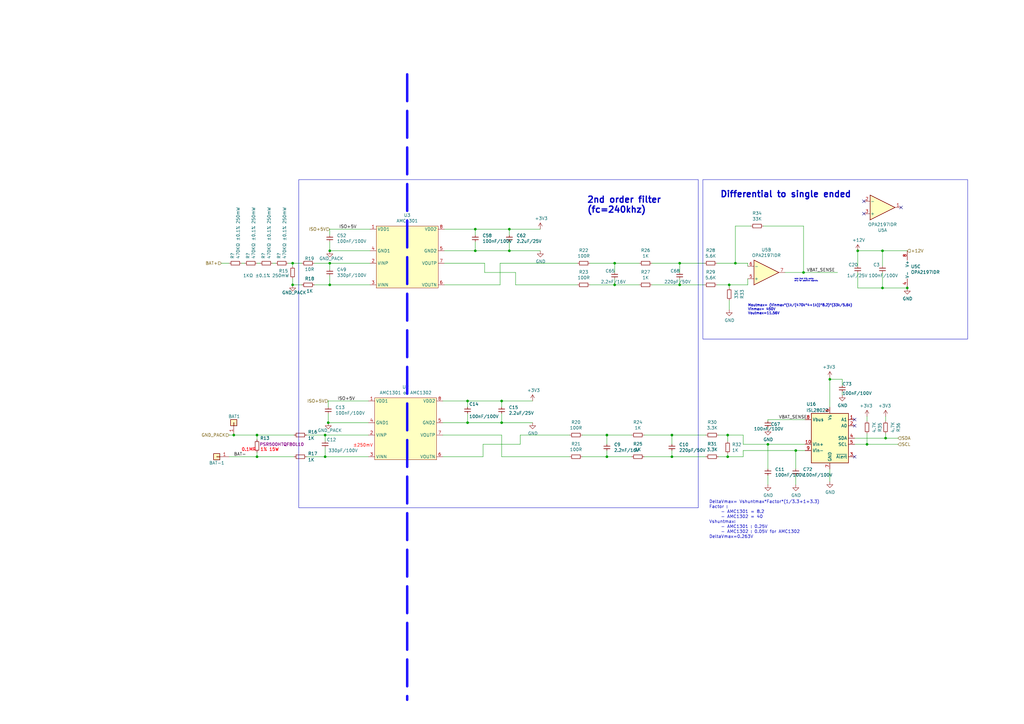
<source format=kicad_sch>
(kicad_sch (version 20231120) (generator "eeschema") (generator_version "8.0")
  (paper "A3")
  (title_block (date "2023-10-19") (rev "V0.1") (company "teTra"))
  (junction (at 135.255 102.87))
  (junction (at 252.095 107.95))
  (junction (at 208.915 93.98))
  (junction (at 248.92 178.435))
  (junction (at 326.39 184.785))
  (junction (at 301.625 107.95))
  (junction (at 133.35 178.435))
  (junction (at 135.255 107.95))
  (junction (at 278.765 116.84))
  (junction (at 208.915 102.87))
  (junction (at 298.45 178.435))
  (junction (at 133.35 187.325))
  (junction (at 361.95 102.87))
  (junction (at 135.255 116.84))
  (junction (at 340.36 155.575))
  (junction (at 120.015 107.95))
  (junction (at 95.885 178.435))
  (junction (at 120.015 116.84))
  (junction (at 361.95 118.11))
  (junction (at 252.095 116.84))
  (junction (at 275.59 187.325))
  (junction (at 275.59 178.435))
  (junction (at 248.92 187.325))
  (junction (at 205.74 164.465))
  (junction (at 363.22 179.705))
  (junction (at 314.96 182.245))
  (junction (at 329.565 111.76))
  (junction (at 194.945 93.98))
  (junction (at 134.62 173.355))
  (junction (at 298.45 187.325))
  (junction (at 105.41 187.325))
  (junction (at 351.79 102.87))
  (junction (at 372.11 118.11))
  (junction (at 191.77 164.465))
  (junction (at 194.945 102.87))
  (junction (at 205.74 173.355))
  (junction (at 278.765 107.95))
  (junction (at 299.085 116.84))
  (junction (at 191.77 173.355))
  (junction (at 105.41 178.435))
  (junction (at 355.6 182.245))
  (no_connect (at 369.57 85.09))
  (no_connect (at 350.52 187.325))
  (no_connect (at 354.33 87.63))
  (no_connect (at 350.52 174.625))
  (no_connect (at 354.33 82.55))
  (no_connect (at 350.52 172.085))
  (wire (pts (xy 105.41 107.95) (xy 106.68 107.95)))
  (wire (pts (xy 351.79 102.87) (xy 351.79 109.22)))
  (wire (pts (xy 120.015 107.95) (xy 123.825 107.95)))
  (wire (pts (xy 135.255 113.03) (xy 135.255 116.84)))
  (wire (pts (xy 355.6 177.8) (xy 355.6 182.245)))
  (wire (pts (xy 205.74 164.465) (xy 205.74 167.005)))
  (wire (pts (xy 306.705 114.3) (xy 306.705 116.84)))
  (wire (pts (xy 205.74 187.325) (xy 233.68 187.325)))
  (wire (pts (xy 252.095 116.84) (xy 262.255 116.84)))
  (wire (pts (xy 326.39 184.785) (xy 326.39 192.405)))
  (wire (pts (xy 248.92 184.785) (xy 248.92 187.325)))
  (wire (pts (xy 298.45 187.325) (xy 304.8 187.325)))
  (wire (pts (xy 299.085 116.84) (xy 306.705 116.84)))
  (wire (pts (xy 198.12 182.245) (xy 198.12 187.325)))
  (wire (pts (xy 134.62 164.465) (xy 134.62 167.005)))
  (wire (pts (xy 191.77 164.465) (xy 191.77 167.005)))
  (wire (pts (xy 306.705 107.95) (xy 306.705 109.22)))
  (wire (pts (xy 99.06 107.95) (xy 100.33 107.95)))
  (wire (pts (xy 194.945 93.98) (xy 194.945 96.52)))
  (wire (pts (xy 345.44 160.655) (xy 345.44 161.925)))
  (wire (pts (xy 134.62 169.545) (xy 134.62 173.355)))
  (wire (pts (xy 304.8 182.245) (xy 314.96 182.245)))
  (wire (pts (xy 135.255 93.98) (xy 135.255 96.52)))
  (wire (pts (xy 205.74 178.435) (xy 205.74 187.325)))
  (wire (pts (xy 252.095 107.95) (xy 252.095 111.76)))
  (wire (pts (xy 314.96 182.245) (xy 314.96 192.405)))
  (wire (pts (xy 194.945 99.06) (xy 194.945 102.87)))
  (wire (pts (xy 213.36 182.245) (xy 198.12 182.245)))
  (wire (pts (xy 198.755 107.95) (xy 198.755 111.76)))
  (wire (pts (xy 301.625 92.71) (xy 301.625 107.95)))
  (wire (pts (xy 351.79 118.11) (xy 361.95 118.11)))
  (wire (pts (xy 304.8 187.325) (xy 304.8 184.785)))
  (wire (pts (xy 194.945 93.98) (xy 208.915 93.98)))
  (wire (pts (xy 299.085 116.84) (xy 299.085 118.11)))
  (wire (pts (xy 278.765 114.3) (xy 278.765 116.84)))
  (wire (pts (xy 208.915 99.06) (xy 208.915 102.87)))
  (wire (pts (xy 329.565 111.76) (xy 343.535 111.76)))
  (wire (pts (xy 294.64 187.325) (xy 298.45 187.325)))
  (wire (pts (xy 133.35 178.435) (xy 151.13 178.435)))
  (wire (pts (xy 278.765 116.84) (xy 288.925 116.84)))
  (wire (pts (xy 275.59 178.435) (xy 275.59 182.245)))
  (wire (pts (xy 182.245 107.95) (xy 198.755 107.95)))
  (wire (pts (xy 294.005 107.95) (xy 301.625 107.95)))
  (wire (pts (xy 135.255 107.95) (xy 135.255 110.49)))
  (wire (pts (xy 134.62 173.355) (xy 151.13 173.355)))
  (wire (pts (xy 205.74 164.465) (xy 218.44 164.465)))
  (wire (pts (xy 198.755 111.76) (xy 211.455 111.76)))
  (wire (pts (xy 205.105 116.84) (xy 205.105 107.95)))
  (wire (pts (xy 182.245 93.98) (xy 194.945 93.98)))
  (wire (pts (xy 120.015 107.95) (xy 120.015 109.22)))
  (wire (pts (xy 355.6 170.815) (xy 355.6 172.72)))
  (wire (pts (xy 275.59 178.435) (xy 289.56 178.435)))
  (wire (pts (xy 133.35 183.515) (xy 133.35 187.325)))
  (wire (pts (xy 363.22 179.705) (xy 368.3 179.705)))
  (wire (pts (xy 351.79 111.76) (xy 351.79 118.11)))
  (wire (pts (xy 361.95 111.76) (xy 361.95 118.11)))
  (wire (pts (xy 267.335 116.84) (xy 278.765 116.84)))
  (wire (pts (xy 205.74 169.545) (xy 205.74 173.355)))
  (wire (pts (xy 191.77 164.465) (xy 205.74 164.465)))
  (wire (pts (xy 298.45 178.435) (xy 298.45 180.975)))
  (wire (pts (xy 314.96 182.245) (xy 330.2 182.245)))
  (wire (pts (xy 135.255 99.06) (xy 135.255 102.87)))
  (wire (pts (xy 133.35 178.435) (xy 133.35 180.975)))
  (wire (pts (xy 345.44 155.575) (xy 340.36 155.575)))
  (wire (pts (xy 326.39 184.785) (xy 304.8 184.785)))
  (wire (pts (xy 90.805 107.95) (xy 93.98 107.95)))
  (wire (pts (xy 125.73 178.435) (xy 133.35 178.435)))
  (wire (pts (xy 340.36 154.94) (xy 340.36 155.575)))
  (wire (pts (xy 264.16 187.325) (xy 275.59 187.325)))
  (wire (pts (xy 118.11 107.95) (xy 120.015 107.95)))
  (wire (pts (xy 267.335 107.95) (xy 278.765 107.95)))
  (wire (pts (xy 350.52 179.705) (xy 363.22 179.705)))
  (wire (pts (xy 321.945 111.76) (xy 329.565 111.76)))
  (wire (pts (xy 135.255 107.95) (xy 151.765 107.95)))
  (wire (pts (xy 105.41 180.34) (xy 105.41 178.435)))
  (wire (pts (xy 95.885 178.435) (xy 105.41 178.435)))
  (wire (pts (xy 205.74 173.355) (xy 218.44 173.355)))
  (wire (pts (xy 191.77 173.355) (xy 205.74 173.355)))
  (wire (pts (xy 111.76 107.95) (xy 113.03 107.95)))
  (wire (pts (xy 361.95 102.87) (xy 361.95 109.22)))
  (wire (pts (xy 120.015 116.84) (xy 123.825 116.84)))
  (wire (pts (xy 208.915 93.98) (xy 221.615 93.98)))
  (wire (pts (xy 182.245 116.84) (xy 205.105 116.84)))
  (wire (pts (xy 301.625 107.95) (xy 306.705 107.95)))
  (wire (pts (xy 314.96 175.26) (xy 314.96 175.895)))
  (wire (pts (xy 340.36 155.575) (xy 340.36 167.005)))
  (wire (pts (xy 105.41 187.325) (xy 120.65 187.325)))
  (wire (pts (xy 275.59 187.325) (xy 289.56 187.325)))
  (wire (pts (xy 248.92 178.435) (xy 248.92 182.245)))
  (wire (pts (xy 326.39 184.785) (xy 330.2 184.785)))
  (wire (pts (xy 120.015 114.3) (xy 120.015 116.84)))
  (wire (pts (xy 105.41 185.42) (xy 105.41 187.325)))
  (wire (pts (xy 278.765 107.95) (xy 288.925 107.95)))
  (wire (pts (xy 181.61 178.435) (xy 205.74 178.435)))
  (wire (pts (xy 351.79 102.87) (xy 361.95 102.87)))
  (wire (pts (xy 93.98 178.435) (xy 95.885 178.435)))
  (wire (pts (xy 264.16 178.435) (xy 275.59 178.435)))
  (wire (pts (xy 181.61 164.465) (xy 191.77 164.465)))
  (wire (pts (xy 313.055 92.71) (xy 329.565 92.71)))
  (wire (pts (xy 135.255 102.87) (xy 151.765 102.87)))
  (wire (pts (xy 151.13 164.465) (xy 134.62 164.465)))
  (wire (pts (xy 361.95 118.11) (xy 372.11 118.11)))
  (wire (pts (xy 128.905 107.95) (xy 135.255 107.95)))
  (wire (pts (xy 350.52 182.245) (xy 355.6 182.245)))
  (wire (pts (xy 252.095 114.3) (xy 252.095 116.84)))
  (wire (pts (xy 211.455 111.76) (xy 211.455 116.84)))
  (wire (pts (xy 205.105 107.95) (xy 236.855 107.95)))
  (wire (pts (xy 252.095 107.95) (xy 262.255 107.95)))
  (wire (pts (xy 181.61 173.355) (xy 191.77 173.355)))
  (wire (pts (xy 211.455 116.84) (xy 236.855 116.84)))
  (wire (pts (xy 128.905 116.84) (xy 135.255 116.84)))
  (wire (pts (xy 298.45 186.055) (xy 298.45 187.325)))
  (wire (pts (xy 340.36 192.405) (xy 340.36 197.485)))
  (wire (pts (xy 294.64 178.435) (xy 298.45 178.435)))
  (wire (pts (xy 105.41 178.435) (xy 120.65 178.435)))
  (wire (pts (xy 355.6 182.245) (xy 368.3 182.245)))
  (wire (pts (xy 301.625 92.71) (xy 307.975 92.71)))
  (wire (pts (xy 278.765 107.95) (xy 278.765 111.76)))
  (wire (pts (xy 241.935 107.95) (xy 252.095 107.95)))
  (wire (pts (xy 93.98 187.325) (xy 105.41 187.325)))
  (wire (pts (xy 151.13 187.325) (xy 133.35 187.325)))
  (wire (pts (xy 191.77 169.545) (xy 191.77 173.355)))
  (wire (pts (xy 248.92 187.325) (xy 259.08 187.325)))
  (wire (pts (xy 198.12 187.325) (xy 181.61 187.325)))
  (wire (pts (xy 194.945 102.87) (xy 208.915 102.87)))
  (wire (pts (xy 213.36 178.435) (xy 233.68 178.435)))
  (wire (pts (xy 314.96 172.085) (xy 330.2 172.085)))
  (wire (pts (xy 125.73 187.325) (xy 133.35 187.325)))
  (wire (pts (xy 363.22 177.8) (xy 363.22 179.705)))
  (wire (pts (xy 298.45 178.435) (xy 304.8 178.435)))
  (wire (pts (xy 275.59 184.785) (xy 275.59 187.325)))
  (wire (pts (xy 241.935 116.84) (xy 252.095 116.84)))
  (wire (pts (xy 314.96 172.085) (xy 314.96 172.72)))
  (polyline (pts (xy 167.005 30.48) (xy 167.005 287.02)) (stroke (width 1) (type dash) (color 23 13 255 1)))
  (wire (pts (xy 345.44 155.575) (xy 345.44 158.115)))
  (wire (pts (xy 299.085 123.19) (xy 299.085 127)))
  (wire (pts (xy 304.8 178.435) (xy 304.8 182.245)))
  (wire (pts (xy 294.005 116.84) (xy 299.085 116.84)))
  (wire (pts (xy 208.915 93.98) (xy 208.915 96.52)))
  (wire (pts (xy 248.92 178.435) (xy 259.08 178.435)))
  (wire (pts (xy 326.39 194.945) (xy 326.39 198.755)))
  (wire (pts (xy 208.915 102.87) (xy 221.615 102.87)))
  (wire (pts (xy 363.22 170.815) (xy 363.22 172.72)))
  (wire (pts (xy 213.36 178.435) (xy 213.36 182.245)))
  (wire (pts (xy 314.96 194.945) (xy 314.96 198.755)))
  (wire (pts (xy 329.565 92.71) (xy 329.565 111.76)))
  (wire (pts (xy 361.95 102.87) (xy 372.11 102.87)))
  (wire (pts (xy 151.765 116.84) (xy 135.255 116.84)))
  (wire (pts (xy 151.765 93.98) (xy 135.255 93.98)))
  (wire (pts (xy 182.245 102.87) (xy 194.945 102.87)))
  (wire (pts (xy 238.76 178.435) (xy 248.92 178.435)))
  (wire (pts (xy 238.76 187.325) (xy 248.92 187.325)))
  (rectangle (start 122.555 73.66) (end 286.385 208.28))
  (rectangle (start 288.29 73.66) (end 396.875 139.065))
  (text "DeltaVmax= Vshuntmax*Factor*(1/3.3+1+3.3)\nFactor : \n	- AMC1301 = 8.2\n	- AMC1302 = 40\nVshuntmax:\n	- AMC1301 : 0.25V \n	- AMC1302 : 0.05V for AMC1302\nDeltaVmax=0.263V" (at 290.83 220.98 0) (effects (font (size 1.27 1.27)) (justify left bottom)))
  (text "note that this works\nonly for positive signals." (at 325.755 115.57 0) (effects (font (size 0.508 0.508)) (justify left bottom)))
  (text "2nd order filter\n(fc=240khz)" (at 240.665 87.63 0) (effects (font (size 2.54 2.54) (thickness 0.508) (bold yes)) (justify left bottom)))
  (text "±250mV" (at 144.78 183.515 0) (effects (font (size 1.27 1.27)) (justify left bottom)))
  (text "Moutmax= (Vinmax*(1k/(470k*4+1k))*8.2)*(33k/5.6k)\nVinmax= 450V\nVoutmax=11.56V\n\n" (at 306.705 130.81 0) (effects (font (size 1.016 1.016) (thickness 0.2032) (bold yes)) (justify left bottom)))
  (text "Differential to single ended" (at 295.275 81.28 0) (effects (font (size 2.54 2.54) (thickness 0.508) (bold yes)) (justify left bottom)))
  (label "VBAT_SENSE" (at 319.405 172.085 0))
  (label "BAT-" (at 95.885 187.325 0))
  (label "VBAT_SENSE" (at 330.835 111.76 0))
  (label "ISO+5V" (at 138.43 164.465 0))
  (label "ISO+5V" (at 139.065 93.98 0))
  (hierarchical_label "ISO+5V" (shape input) (at 134.62 164.465 180))
  (hierarchical_label "BAT+" (shape input) (at 90.805 107.95 180))
  (hierarchical_label "SCL" (shape input) (at 368.3 182.245 0))
  (hierarchical_label "ISO+5V" (shape input) (at 135.255 93.98 180))
  (hierarchical_label "GND_PACK" (shape input) (at 93.98 178.435 180))
  (hierarchical_label "+12V" (shape input) (at 372.11 102.87 0))
  (hierarchical_label "SDA" (shape input) (at 368.3 179.705 0))
  (symbol (lib_id "Device:R_Small") (at 291.465 116.84 90) (unit 1)
    (property "Reference" "R29" (at 291.465 111.5822 90))
    (property "Value" "5.6K" (at 291.465 113.8936 90))
    (property "Footprint" "Resistor_SMD:R_0603_1608Metric" (effects (hide yes)))
    (property "Datasheet" "https://www.yageo.com/upload/media/product/productsearch/datasheet/rchip/PYu-RC_Group_51_RoHS_L_12.pdf" (effects (hide yes)))
    (property "Description" "5.6 kOhms ±5% 0.1W, 1/10W Chip Resistor 0603 (1608 Metric) Moisture Resistant Thick Film" (effects (hide yes)))
    (property "MPN" "RC0603JR-075K6L" (effects (hide yes)))
    (property "Link" "https://www.digikey.jp/en/products/detail/yageo/RC0603JR-075K6L/726799?s=N4IgTCBcDaIEoGEAMA2JBmAUnAtEg7AKwDSKAMiALoC%2BQA" (effects (hide yes)))
  )
  (symbol (lib_id "Device:R_Small") (at 310.515 92.71 90) (unit 1)
    (property "Reference" "R34" (at 310.515 87.4522 90))
    (property "Value" "33K" (at 310.515 89.7636 90))
    (property "Footprint" "Resistor_SMD:R_0603_1608Metric" (effects (hide yes)))
    (property "Datasheet" "https://www.yageo.com/upload/media/product/app/datasheet/rchip/pyu-rc_group_51_rohs_l.pdf" (effects (hide yes)))
    (property "Description" "33 kOhms ±1% 0.1W, 1/10W Chip Resistor 0603 (1608 Metric) Moisture Resistant Thick Film" (effects (hide yes)))
    (property "MPN" "RC0603FR-0733KL" (effects (hide yes)))
    (property "Link" "https://www.digikey.jp/en/products/detail/yageo/RC0603FR-0733KL/727159?s=N4IgTCBcDaIEoGEAMA2JBmAYnAtEg7OugNIAyIAugL5A" (effects (hide yes)))
  )
  (symbol (lib_id "Device:R_Small") (at 299.085 120.65 0) (unit 1)
    (property "Reference" "R33" (at 304.3428 120.65 90))
    (property "Value" "33K" (at 302.0314 120.65 90))
    (property "Footprint" "Resistor_SMD:R_0603_1608Metric" (effects (hide yes)))
    (property "Datasheet" "https://www.yageo.com/upload/media/product/app/datasheet/rchip/pyu-rc_group_51_rohs_l.pdf" (effects (hide yes)))
    (property "Description" "33 kOhms ±1% 0.1W, 1/10W Chip Resistor 0603 (1608 Metric) Moisture Resistant Thick Film" (effects (hide yes)))
    (property "MPN" "RC0603FR-0733KL" (effects (hide yes)))
    (property "Link" "https://www.digikey.jp/en/products/detail/yageo/RC0603FR-0733KL/727159?s=N4IgTCBcDaIEoGEAMA2JBmAYnAtEg7OugNIAyIAugL5A" (effects (hide yes)))
  )
  (symbol (lib_id "power:GND") (at 299.085 127 0) (unit 1)
    (property "Reference" "#PWR029" (effects (hide yes)))
    (property "Value" "GND" (at 299.212 131.3942 0))
  )
  (symbol (lib_id "Analog_ADC:‎ISL28022") (at 340.36 179.705 0) (unit 1)
    (property "Reference" "U6" (at 332.74 165.735 0))
    (property "Value" "ISL28022" (at 335.28 168.275 0))
    (property "Footprint" "PCM_4ms_Package_SSOP:MSOP-10_3x3mm_P0.5mm" (effects (hide yes)))
    (property "Datasheet" "https://www.renesas.com/us/en/document/dst/isl28022-datasheet" (effects (hide yes)))
    (property "Description" "Power Supply Controller Power Supply Monitor 10-MSOP" (effects (hide yes)))
    (property "MPN" "ISL28022FUZ-T7A" (effects (hide yes)))
    (property "Link" "https://www.digikey.jp/en/products/detail/renesas-electronics-america-inc/ISL28022FUZ-T7A/4765786" (effects (hide yes)))
    (instances (project "LTC6811_ESP32_V1.2" (path "" (reference "U16") (unit 1)) (path "" (reference "U6") (unit 1))))
  )
  (symbol (lib_id "power:GND") (at 326.39 198.755 0) (unit 1)
    (property "Reference" "#PWR032" (effects (hide yes)))
    (property "Value" "GND" (at 326.517 203.1492 0))
  )
  (symbol (lib_id "Device:C") (at 326.39 193.675 180) (unit 1)
    (property "Reference" "C72" (at 329.311 192.5066 0) (effects (justify right)))
    (property "Value" "100nF/100V" (at 329.311 194.818 0) (effects (justify right)))
    (property "Footprint" "Capacitor_SMD:C_0603_1608Metric" (effects (hide yes)))
    (property "Datasheet" "https://www.digikey.jp/en/products/detail/samsung-electro-mechanics/CL10B104KC8NNNC/5961291?s=N4IgTCBcDaIMIBkCMAGAQqgLAaTgDgDki4AdEkAXQF8g" (effects (hide yes)))
    (property "Description" "0.1 µF ±10% 100V Ceramic Capacitor X7R 0603 (1608 Metric)" (effects (hide yes)))
    (property "MPN" "CL10B104KC8NNNC" (effects (hide yes)))
    (property "Link" "https://www.digikey.jp/en/products/detail/samsung-electro-mechanics/CL10B104KC8NNNC/5961291?s=N4IgTCBcDaIMIBkCMAGAQqgLAaTgDgDki4QBdAXyA" (effects (hide yes)))
    (instances (project "LTC6811_ESP32_V1.2" (path "" (reference "C72") (unit 1)) (path "" (reference "C20") (unit 1))))
  )
  (symbol (lib_id "Device:R_Small") (at 355.6 175.26 0) (unit 1)
    (property "Reference" "R35" (at 360.8578 175.26 90))
    (property "Value" "4.7K" (at 358.5464 175.26 90))
    (property "Footprint" "Resistor_SMD:R_0603_1608Metric" (effects (hide yes)))
    (property "Datasheet" "https://www.yageo.com/upload/media/product/products/datasheet/rchip/PYu-RC_Group_51_RoHS_L_12.pdf" (effects (hide yes)))
    (property "Description" "4.7 kOhms ±5% 0.1W, 1/10W Chip Resistor 0603 (1608 Metric) Moisture Resistant Thick Film" (effects (hide yes)))
    (property "MPN" "RC0603JR-074K7L" (effects (hide yes)))
    (property "Link" "https://www.digikey.jp/en/products/detail/yageo/RC0603JR-074K7L/726785?s=N4IgTCBcDaIEoGEAMA2JBmAUnAtEg7ACwDS%2BAMiALoC%2BQA" (effects (hide yes)))
  )
  (symbol (lib_id "Device:R_Small") (at 363.22 175.26 0) (unit 1)
    (property "Reference" "R36" (at 368.4778 175.26 90))
    (property "Value" "4.7K" (at 366.1664 175.26 90))
    (property "Footprint" "Resistor_SMD:R_0603_1608Metric" (effects (hide yes)))
    (property "Datasheet" "https://www.yageo.com/upload/media/product/products/datasheet/rchip/PYu-RC_Group_51_RoHS_L_12.pdf" (effects (hide yes)))
    (property "Description" "4.7 kOhms ±5% 0.1W, 1/10W Chip Resistor 0603 (1608 Metric) Moisture Resistant Thick Film" (effects (hide yes)))
    (property "MPN" "RC0603JR-074K7L" (effects (hide yes)))
    (property "Link" "https://www.digikey.jp/en/products/detail/yageo/RC0603JR-074K7L/726785?s=N4IgTCBcDaIEoGEAMA2JBmAUnAtEg7ACwDS%2BAMiALoC%2BQA" (effects (hide yes)))
  )
  (symbol (lib_id "Device:C") (at 345.44 159.385 180) (unit 1)
    (property "Reference" "C73" (at 345.44 157.48 0) (effects (justify right)))
    (property "Value" "100nF/100V" (at 345.44 161.29 0) (effects (justify right)))
    (property "Footprint" "Capacitor_SMD:C_0603_1608Metric" (effects (hide yes)))
    (property "Datasheet" "https://www.digikey.jp/en/products/detail/samsung-electro-mechanics/CL10B104KC8NNNC/5961291?s=N4IgTCBcDaIMIBkCMAGAQqgLAaTgDgDki4AdEkAXQF8g" (effects (hide yes)))
    (property "Description" "0.1 µF ±10% 100V Ceramic Capacitor X7R 0603 (1608 Metric)" (effects (hide yes)))
    (property "MPN" "CL10B104KC8NNNC" (effects (hide yes)))
    (property "Link" "https://www.digikey.jp/en/products/detail/samsung-electro-mechanics/CL10B104KC8NNNC/5961291?s=N4IgTCBcDaIMIBkCMAGAQqgLAaTgDgDki4QBdAXyA" (effects (hide yes)))
    (instances (project "LTC6811_ESP32_V1.2" (path "" (reference "C73") (unit 1)) (path "" (reference "C21") (unit 1))))
  )
  (symbol (lib_id "power:GND") (at 345.44 161.925 0) (unit 1)
    (property "Reference" "#PWR035" (effects (hide yes)))
    (property "Value" "GND" (at 345.567 166.3192 0))
  )
  (symbol (lib_id "power:GND") (at 314.96 175.895 0) (unit 1)
    (property "Reference" "#PWR030" (effects (hide yes)))
    (property "Value" "GND" (at 315.087 180.2892 0))
  )
  (symbol (lib_id "power:GND") (at 340.36 197.485 0) (unit 1)
    (property "Reference" "#PWR034" (effects (hide yes)))
    (property "Value" "GND" (at 340.487 201.8792 0))
  )
  (symbol (lib_id "power:+3V3") (at 221.615 93.98 0) (unit 1)
    (property "Reference" "#PWR027" (effects (hide yes)))
    (property "Value" "+3V3" (at 221.996 89.5858 0))
  )
  (symbol (lib_id "Device:C") (at 135.255 111.76 0) (unit 1)
    (property "Reference" "C49" (at 138.176 110.5916 0) (effects (justify left)))
    (property "Value" "330pF/100V" (at 138.176 112.903 0) (effects (justify left)))
    (property "Footprint" "Capacitor_SMD:C_0603_1608Metric" (effects (hide yes)))
    (property "Datasheet" "https://search.murata.co.jp/Ceramy/image/img/A01X/G101/ENG/GRM188R72A331KA01-01.pdf" (effects (hide yes)))
    (property "Description" "330 pF ±10% 100V Ceramic Capacitor X7R 0603 (1608 Metric)" (effects (hide yes)))
    (property "MPN" "GRM188R72A331KA01D" (effects (hide yes)))
    (property "Link" "https://www.digikey.jp/en/products/detail/murata-electronics/GRM188R72A331KA01D/587128" (effects (hide yes)))
    (instances (project "LTC6811_ESP32_V1.2" (path "" (reference "C49") (unit 1)) (path "" (reference "C7") (unit 1))))
  )
  (symbol (lib_id "Amplifier_Audio:AMC1301") (at 167.005 105.41 0) (unit 1)
    (property "Reference" "U3" (at 167.005 88.265 0))
    (property "Value" "AMC1301" (at 167.005 90.5764 0))
    (property "Footprint" "Package_SO:SSO-8_6.8x5.9mm_P1.27mm_Clearance8mm" (effects (hide yes)))
    (property "Datasheet" "https://www.ti.com/lit/ds/symlink/amc1301.pdf?ts=1697691105837&ref_url=https%253A%252F%252Fwww.ti.com%252Fsitesearch%252Fen-us%252Fdocs%252Funiversalsearch.tsp%253FlangPref%253Den-US%2526searchTerm%253DAMC1301%2526nr%253D468" (effects (hide yes)))
    (property "Description" "Isolation Amplifier 1 Circuit 8-SOIC" (effects (hide yes)))
    (property "MPN" "AMC1301DWV" (effects (hide yes)))
    (property "Link" "https://www.digikey.jp/en/products/detail/texas-instruments/AMC1301DWV/6131500" (effects (hide yes)))
  )
  (symbol (lib_id "Device:R_Small") (at 120.015 111.76 0) (unit 1)
    (property "Reference" "R15" (at 114.3 111.125 0) (effects (justify left)))
    (property "Value" "1KΩ ±0.1% 250mW" (at 99.695 113.03 0) (effects (justify left)))
    (property "Footprint" "Resistor_SMD:R_0805_2012Metric" (effects (hide yes)))
    (property "Datasheet" "https://industrial.panasonic.com/cdbs/www-data/pdf/RDM0000/AOA0000C328.pdf" (effects (hide yes)))
    (property "Description" "1 kOhms ±0.1% 0.25W, 1/4W Chip Resistor 0805 (2012 Metric) Automotive AEC-Q200, Pulse Withstanding Thick Film" (effects (hide yes)))
    (property "MPN" "ERJ-PB6B1001V" (effects (hide yes)))
    (property "Link" "https://www.digikey.jp/en/products/detail/panasonic-electronic-components/ERJ-PB6B1001V/6213377?s=N4IgTCBcDaIKICUBSBaACgIQGwYIwAZ9cA1EAXQF8g" (effects (hide yes)))
  )
  (symbol (lib_id "Device:R_Small") (at 126.365 116.84 270) (unit 1)
    (property "Reference" "R18" (at 127 114.3 90))
    (property "Value" "1K" (at 127 119.38 90))
    (property "Footprint" "Resistor_SMD:R_0603_1608Metric" (effects (hide yes)))
    (property "Datasheet" "https://www.vishay.com/docs/20035/dcrcwe3.pdf" (effects (hide yes)))
    (property "Description" "1 kOhms ±1% 0.1W, 1/10W Chip Resistor 0603 (1608 Metric) Automotive AEC-Q200 Thick Film" (effects (hide yes)))
    (property "MPN" "CRCW06031K00FKEA" (effects (hide yes)))
    (property "Link" "https://www.digikey.jp/en/products/detail/vishay-dale/CRCW06031K00FKEA/1179809" (effects (hide yes)))
  )
  (symbol (lib_id "Device:C") (at 194.945 97.79 0) (unit 1)
    (property "Reference" "C58" (at 197.866 96.6216 0) (effects (justify left)))
    (property "Value" "100nF/100V" (at 197.866 98.933 0) (effects (justify left)))
    (property "Footprint" "Capacitor_SMD:C_0603_1608Metric" (effects (hide yes)))
    (property "Datasheet" "https://www.digikey.jp/en/products/detail/samsung-electro-mechanics/CL10B104KC8NNNC/5961291?s=N4IgTCBcDaIMIBkCMAGAQqgLAaTgDgDki4AdEkAXQF8g" (effects (hide yes)))
    (property "Description" "0.1 µF ±10% 100V Ceramic Capacitor X7R 0603 (1608 Metric)" (effects (hide yes)))
    (property "MPN" "CL10B104KC8NNNC" (effects (hide yes)))
    (property "Link" "https://www.digikey.jp/en/products/detail/samsung-electro-mechanics/CL10B104KC8NNNC/5961291?s=N4IgTCBcDaIMIBkCMAGAQqgLAaTgDgDki4QBdAXyA" (effects (hide yes)))
    (instances (project "LTC6811_ESP32_V1.2" (path "" (reference "C58") (unit 1)) (path "" (reference "C9") (unit 1))))
  )
  (symbol (lib_id "Device:C") (at 208.915 97.79 0) (unit 1)
    (property "Reference" "C62" (at 211.836 96.6216 0) (effects (justify left)))
    (property "Value" "2.2uF/25V" (at 211.836 98.933 0) (effects (justify left)))
    (property "Footprint" "Capacitor_SMD:C_0603_1608Metric" (effects (hide yes)))
    (property "Datasheet" "https://search.murata.co.jp/Ceramy/image/img/A01X/G101/ENG/GRM188R61E225KA12-01.pdf" (effects (hide yes)))
    (property "Description" "2.2 µF ±10% 25V Ceramic Capacitor X5R 0603 (1608 Metric)" (effects (hide yes)))
    (property "MPN" "GRM188R61E225KA12D" (effects (hide yes)))
    (property "Link" "https://www.digikey.jp/en/products/detail/murata-electronics/GRM188R61E225KA12D/4905349" (effects (hide yes)))
    (instances (project "LTC6811_ESP32_V1.2" (path "" (reference "C62") (unit 1)) (path "" (reference "C12") (unit 1))))
  )
  (symbol (lib_id "power:GND") (at 221.615 102.87 0) (unit 1)
    (property "Reference" "#PWR028" (effects (hide yes)))
    (property "Value" "GND" (at 221.742 107.2642 0))
  )
  (symbol (lib_id "Device:C") (at 135.255 97.79 0) (unit 1)
    (property "Reference" "C52" (at 138.176 96.6216 0) (effects (justify left)))
    (property "Value" "100nF/100V" (at 138.176 98.933 0) (effects (justify left)))
    (property "Footprint" "Capacitor_SMD:C_0603_1608Metric" (effects (hide yes)))
    (property "Datasheet" "https://www.digikey.jp/en/products/detail/samsung-electro-mechanics/CL10B104KC8NNNC/5961291?s=N4IgTCBcDaIMIBkCMAGAQqgLAaTgDgDki4AdEkAXQF8g" (effects (hide yes)))
    (property "Description" "0.1 µF ±10% 100V Ceramic Capacitor X7R 0603 (1608 Metric)" (effects (hide yes)))
    (property "MPN" "CL10B104KC8NNNC" (effects (hide yes)))
    (property "Link" "https://www.digikey.jp/en/products/detail/samsung-electro-mechanics/CL10B104KC8NNNC/5961291?s=N4IgTCBcDaIMIBkCMAGAQqgLAaTgDgDki4QBdAXyA" (effects (hide yes)))
    (instances (project "LTC6811_ESP32_V1.2" (path "" (reference "C52") (unit 1)) (path "" (reference "C6") (unit 1))))
  )
  (symbol (lib_id "Device:R_Small") (at 239.395 107.95 270) (unit 1)
    (property "Reference" "R22" (at 239.395 102.6922 90))
    (property "Value" "100R" (at 239.395 105.0036 90))
    (property "Footprint" "Resistor_SMD:R_0603_1608Metric" (effects (hide yes)))
    (property "Datasheet" "https://www.yageo.com/upload/media/product/app/datasheet/rchip/pyu-rc_group_51_rohs_l.pdf" (effects (hide yes)))
    (property "Description" "100 Ohms ±1% 0.1W, 1/10W Chip Resistor 0603 (1608 Metric) Moisture Resistant Thick Film" (effects (hide yes)))
    (property "MPN" "RC0603FR-07100RL" (effects (hide yes)))
    (property "Link" "https://www.digikey.jp/en/products/detail/yageo/RC0603FR-07100RL/726888?s=N4IgTCBcDaIEoGEAMA2JBmAYnAtEg7AIxJJwAyIAugL5A" (effects (hide yes)))
  )
  (symbol (lib_id "Device:R_Small") (at 239.395 116.84 270) (unit 1)
    (property "Reference" "R23" (at 239.395 111.5822 90))
    (property "Value" "100R" (at 239.395 113.8936 90))
    (property "Footprint" "Resistor_SMD:R_0603_1608Metric" (effects (hide yes)))
    (property "Datasheet" "https://www.yageo.com/upload/media/product/app/datasheet/rchip/pyu-rc_group_51_rohs_l.pdf" (effects (hide yes)))
    (property "Description" "100 Ohms ±1% 0.1W, 1/10W Chip Resistor 0603 (1608 Metric) Moisture Resistant Thick Film" (effects (hide yes)))
    (property "MPN" "RC0603FR-07100RL" (effects (hide yes)))
    (property "Link" "https://www.digikey.jp/en/products/detail/yageo/RC0603FR-07100RL/726888?s=N4IgTCBcDaIEoGEAMA2JBmAYnAtEg7AIxJJwAyIAugL5A" (effects (hide yes)))
  )
  (symbol (lib_id "Device:C") (at 252.095 113.03 0) (unit 1)
    (property "Reference" "C65" (at 248.285 111.125 0) (effects (justify left)))
    (property "Value" "2.2nF/16V" (at 246.38 115.57 0) (effects (justify left)))
    (property "Footprint" "Capacitor_SMD:C_0603_1608Metric" (effects (hide yes)))
    (property "Datasheet" "https://connect.kemet.com:7667/gateway/IntelliData-ComponentDocumentation/1.0/download/datasheet/C0603C222K4RECAUTO" (effects (hide yes)))
    (property "Description" "2200 pF ±10% 16V Ceramic Capacitor X7R 0603 (1608 Metric)" (effects (hide yes)))
    (property "MPN" "C0603C222K4RECAUTO" (effects (hide yes)))
    (property "Link" "https://www.digikey.jp/en/products/detail/kemet/C0603C222K4RECAUTO/8646528" (effects (hide yes)))
    (instances (project "LTC6811_ESP32_V1.2" (path "" (reference "C65") (unit 1)) (path "" (reference "C15") (unit 1))))
  )
  (symbol (lib_id "Device:R_Small") (at 264.795 107.95 90) (unit 1)
    (property "Reference" "R26" (at 264.795 102.6922 90))
    (property "Value" "1K" (at 264.795 105.0036 90))
    (property "Footprint" "Resistor_SMD:R_0603_1608Metric" (effects (hide yes)))
    (property "Datasheet" "https://www.vishay.com/docs/20035/dcrcwe3.pdf" (effects (hide yes)))
    (property "Description" "1 kOhms ±1% 0.1W, 1/10W Chip Resistor 0603 (1608 Metric) Automotive AEC-Q200 Thick Film" (effects (hide yes)))
    (property "MPN" "CRCW06031K00FKEA" (effects (hide yes)))
    (property "Link" "https://www.digikey.jp/en/products/detail/vishay-dale/CRCW06031K00FKEA/1179809" (effects (hide yes)))
  )
  (symbol (lib_id "Device:R_Small") (at 264.795 116.84 90) (unit 1)
    (property "Reference" "R27" (at 264.795 111.5822 90))
    (property "Value" "1K" (at 264.795 113.8936 90))
    (property "Footprint" "Resistor_SMD:R_0603_1608Metric" (effects (hide yes)))
    (property "Datasheet" "https://www.vishay.com/docs/20035/dcrcwe3.pdf" (effects (hide yes)))
    (property "Description" "1 kOhms ±1% 0.1W, 1/10W Chip Resistor 0603 (1608 Metric) Automotive AEC-Q200 Thick Film" (effects (hide yes)))
    (property "MPN" "CRCW06031K00FKEA" (effects (hide yes)))
    (property "Link" "https://www.digikey.jp/en/products/detail/vishay-dale/CRCW06031K00FKEA/1179809" (effects (hide yes)))
  )
  (symbol (lib_id "Device:C") (at 278.765 113.03 0) (unit 1)
    (property "Reference" "C68" (at 274.955 111.125 0) (effects (justify left)))
    (property "Value" "220pF/50V" (at 272.415 115.57 0) (effects (justify left)))
    (property "Footprint" "Capacitor_SMD:C_0603_1608Metric" (effects (hide yes)))
    (property "Datasheet" "https://search.murata.co.jp/Ceramy/image/img/A01X/G101/ENG/GCM1885C1H221JA16-01.pdf" (effects (hide yes)))
    (property "Description" "220 pF ±5% 50V Ceramic Capacitor C0G, NP0 0603 (1608 Metric)" (effects (hide yes)))
    (property "MPN" "GCM1885C1H221JA16D" (effects (hide yes)))
    (property "Link" "https://www.digikey.jp/en/products/detail/murata-electronics/GCM1885C1H221JA16D/1765211" (effects (hide yes)))
    (instances (project "LTC6811_ESP32_V1.2" (path "" (reference "C68") (unit 1)) (path "" (reference "C17") (unit 1))))
  )
  (symbol (lib_id "Device:R_Small") (at 291.465 107.95 90) (unit 1)
    (property "Reference" "R28" (at 291.465 102.6922 90))
    (property "Value" "5.6K" (at 291.465 105.0036 90))
    (property "Footprint" "Resistor_SMD:R_0603_1608Metric" (effects (hide yes)))
    (property "Datasheet" "https://www.yageo.com/upload/media/product/productsearch/datasheet/rchip/PYu-RC_Group_51_RoHS_L_12.pdf" (effects (hide yes)))
    (property "Description" "5.6 kOhms ±5% 0.1W, 1/10W Chip Resistor 0603 (1608 Metric) Moisture Resistant Thick Film" (effects (hide yes)))
    (property "MPN" "RC0603JR-075K6L" (effects (hide yes)))
    (property "Link" "https://www.digikey.jp/en/products/detail/yageo/RC0603JR-075K6L/726799?s=N4IgTCBcDaIEoGEAMA2JBmAUnAtEg7AKwDSKAMiALoC%2BQA" (effects (hide yes)))
  )
  (symbol (lib_id "Device:R_Small") (at 292.1 187.325 270) (unit 1)
    (property "Reference" "R31" (at 292.1 182.0672 90))
    (property "Value" "3.3K" (at 292.1 184.3786 90))
    (property "Footprint" "Resistor_SMD:R_0603_1608Metric" (effects (hide yes)))
    (property "Datasheet" "https://www.yageo.com/upload/media/product/app/datasheet/rchip/pyu-rc_group_51_rohs_l.pdf" (effects (hide yes)))
    (property "Description" "3.3 kOhms ±1% 0.1W, 1/10W Chip Resistor 0603 (1608 Metric) Moisture Resistant Thick Film" (effects (hide yes)))
    (property "MPN" "RC0603FR-073K3L" (effects (hide yes)))
    (property "Link" "https://www.digikey.jp/en/products/detail/yageo/RC0603FR-073K3L/727126?s=N4IgTCBcDaIEoGEAMA2JBmAYnAtEg7OgNboAyIAugL5A" (effects (hide yes)))
  )
  (symbol (lib_id "Device:R_Small") (at 298.45 183.515 0) (unit 1)
    (property "Reference" "R32" (at 300.228 182.3466 0) (effects (justify left)))
    (property "Value" "1K" (at 300.228 184.658 0) (effects (justify left)))
    (property "Footprint" "Resistor_SMD:R_0603_1608Metric" (effects (hide yes)))
    (property "Datasheet" "https://www.vishay.com/docs/20035/dcrcwe3.pdf" (effects (hide yes)))
    (property "Description" "1 kOhms ±1% 0.1W, 1/10W Chip Resistor 0603 (1608 Metric) Automotive AEC-Q200 Thick Film" (effects (hide yes)))
    (property "MPN" "CRCW06031K00FKEA" (effects (hide yes)))
    (property "Link" "https://www.digikey.jp/en/products/detail/vishay-dale/CRCW06031K00FKEA/1179809" (effects (hide yes)))
  )
  (symbol (lib_id "Device:R_Small") (at 292.1 178.435 270) (unit 1)
    (property "Reference" "R30" (at 292.1 173.1772 90))
    (property "Value" "3.3K" (at 292.1 175.4886 90))
    (property "Footprint" "Resistor_SMD:R_0603_1608Metric" (effects (hide yes)))
    (property "Datasheet" "https://www.yageo.com/upload/media/product/app/datasheet/rchip/pyu-rc_group_51_rohs_l.pdf" (effects (hide yes)))
    (property "Description" "3.3 kOhms ±1% 0.1W, 1/10W Chip Resistor 0603 (1608 Metric) Moisture Resistant Thick Film" (effects (hide yes)))
    (property "MPN" "RC0603FR-073K3L" (effects (hide yes)))
    (property "Link" "https://www.digikey.jp/en/products/detail/yageo/RC0603FR-073K3L/727126?s=N4IgTCBcDaIEoGEAMA2JBmAYnAtEg7OgNboAyIAugL5A" (effects (hide yes)))
  )
  (symbol (lib_id "Amplifier_Audio:AMC1301") (at 166.37 175.895 0) (unit 1)
    (property "Reference" "U2" (at 166.37 158.75 0))
    (property "Value" "AMC1301 or AMC1302" (at 166.37 161.0614 0))
    (property "Footprint" "Package_SO:SSO-8_6.8x5.9mm_P1.27mm_Clearance8mm" (effects (hide yes)))
    (property "Datasheet" "https://www.ti.com/lit/ds/symlink/amc1301.pdf?HQS=dis-dk-null-digikeymode-dsf-pf-null-wwe&ts=1697614208280&ref_url=https%253A%252F%252Fwww.ti.com%252Fgeneral%252Fdocs%252Fsuppproductinfo.tsp%253FdistId%253D10%2526gotoUrl%253Dhttps%253A%252F%252Fwww.ti.com%252Flit%252Fgpn%252Famc1301" (effects (hide yes)))
    (property "Description" "Isolation Amplifier 1 Circuit 8-SOIC" (effects (hide yes)))
    (property "MPN" "AMC1301DWV" (effects (hide yes)))
    (property "Link" "https://www.digikey.jp/en/products/detail/texas-instruments/AMC1301DWV/6131500" (effects (hide yes)))
  )
  (symbol (lib_id "Device:C") (at 191.77 168.275 0) (unit 1)
    (property "Reference" "C14" (at 192.405 165.735 0) (effects (justify left)))
    (property "Value" "100nF/100V" (at 192.405 170.815 0) (effects (justify left)))
    (property "Footprint" "Capacitor_SMD:C_0603_1608Metric" (effects (hide yes)))
    (property "Datasheet" "https://www.digikey.jp/en/products/detail/samsung-electro-mechanics/CL10B104KC8NNNC/5961291?s=N4IgTCBcDaIMIBkCMAGAQqgLAaTgDgDki4AdEkAXQF8g" (effects (hide yes)))
    (property "Description" "0.1 µF ±10% 100V Ceramic Capacitor X7R 0603 (1608 Metric)" (effects (hide yes)))
    (property "MPN" "CL10B104KC8NNNC" (effects (hide yes)))
    (property "Link" "https://www.digikey.jp/en/products/detail/samsung-electro-mechanics/CL10B104KC8NNNC/5961291?s=N4IgTCBcDaIMIBkCMAGAQqgLAaTgDgDki4QBdAXyA" (effects (hide yes)))
    (instances (project "LTC6811_ESP32_V1.2" (path "" (reference "C14") (unit 1)) (path "" (reference "C8") (unit 1))))
  )
  (symbol (lib_id "Device:C") (at 205.74 168.275 0) (unit 1)
    (property "Reference" "C15" (at 208.661 167.1066 0) (effects (justify left)))
    (property "Value" "2.2uF/25V" (at 208.661 169.418 0) (effects (justify left)))
    (property "Footprint" "Capacitor_SMD:C_0603_1608Metric" (effects (hide yes)))
    (property "Datasheet" "https://search.murata.co.jp/Ceramy/image/img/A01X/G101/ENG/GRM188R61E225KA12-01.pdf" (effects (hide yes)))
    (property "Description" "2.2 µF ±10% 25V Ceramic Capacitor X5R 0603 (1608 Metric)" (effects (hide yes)))
    (property "MPN" "GRM188R61E225KA12D" (effects (hide yes)))
    (property "Link" "https://www.digikey.jp/en/products/detail/murata-electronics/GRM188R61E225KA12D/4905349" (effects (hide yes)))
    (instances (project "LTC6811_ESP32_V1.2" (path "" (reference "C15") (unit 1)) (path "" (reference "C11") (unit 1))))
  )
  (symbol (lib_id "power:+3V3") (at 218.44 164.465 0) (unit 1)
    (property "Reference" "#PWR025" (effects (hide yes)))
    (property "Value" "+3V3" (at 218.821 160.0708 0))
  )
  (symbol (lib_id "Device:C") (at 134.62 168.275 0) (unit 1)
    (property "Reference" "C13" (at 137.541 167.1066 0) (effects (justify left)))
    (property "Value" "100nF/100V" (at 137.541 169.418 0) (effects (justify left)))
    (property "Footprint" "Capacitor_SMD:C_0603_1608Metric" (effects (hide yes)))
    (property "Datasheet" "https://www.digikey.jp/en/products/detail/samsung-electro-mechanics/CL10B104KC8NNNC/5961291?s=N4IgTCBcDaIMIBkCMAGAQqgLAaTgDgDki4AdEkAXQF8g" (effects (hide yes)))
    (property "Description" "0.1 µF ±10% 100V Ceramic Capacitor X7R 0603 (1608 Metric)" (effects (hide yes)))
    (property "MPN" "CL10B104KC8NNNC" (effects (hide yes)))
    (property "Link" "https://www.digikey.jp/en/products/detail/samsung-electro-mechanics/CL10B104KC8NNNC/5961291?s=N4IgTCBcDaIMIBkCMAGAQqgLAaTgDgDki4QBdAXyA" (effects (hide yes)))
    (instances (project "LTC6811_ESP32_V1.2" (path "" (reference "C13") (unit 1)) (path "" (reference "C5") (unit 1))))
  )
  (symbol (lib_id "Device:R_Small") (at 123.19 178.435 90) (unit 1)
    (property "Reference" "R16" (at 128.27 177.165 90))
    (property "Value" "1K" (at 127.635 179.705 90))
    (property "Footprint" "Resistor_SMD:R_0603_1608Metric" (effects (hide yes)))
    (property "Datasheet" "https://www.vishay.com/docs/20035/dcrcwe3.pdf" (effects (hide yes)))
    (property "Description" "1 kOhms ±1% 0.1W, 1/10W Chip Resistor 0603 (1608 Metric) Automotive AEC-Q200 Thick Film" (effects (hide yes)))
    (property "MPN" "CRCW06031K00FKEA" (effects (hide yes)))
    (property "Link" "https://www.digikey.jp/en/products/detail/vishay-dale/CRCW06031K00FKEA/1179809" (effects (hide yes)))
  )
  (symbol (lib_id "Device:C") (at 133.35 182.245 0) (unit 1)
    (property "Reference" "C12" (at 133.985 180.34 0) (effects (justify left)))
    (property "Value" "330pF/100V" (at 134.62 184.785 0) (effects (justify left)))
    (property "Footprint" "Capacitor_SMD:C_0603_1608Metric" (effects (hide yes)))
    (property "Datasheet" "https://search.murata.co.jp/Ceramy/image/img/A01X/G101/ENG/GRM188R72A331KA01-01.pdf" (effects (hide yes)))
    (property "Description" "330 pF ±10% 100V Ceramic Capacitor X7R 0603 (1608 Metric)" (effects (hide yes)))
    (property "MPN" "GRM188R72A331KA01D" (effects (hide yes)))
    (property "Link" "https://www.digikey.jp/en/products/detail/murata-electronics/GRM188R72A331KA01D/587128" (effects (hide yes)))
    (instances (project "LTC6811_ESP32_V1.2" (path "" (reference "C12") (unit 1)) (path "" (reference "C4") (unit 1))))
  )
  (symbol (lib_id "power:GND") (at 218.44 173.355 0) (unit 1)
    (property "Reference" "#PWR026" (effects (hide yes)))
    (property "Value" "GND" (at 218.567 177.7492 0))
  )
  (symbol (lib_id "Device:C") (at 314.96 193.675 180) (unit 1)
    (property "Reference" "C11" (at 317.881 192.5066 0) (effects (justify right)))
    (property "Value" "100nF/100V" (at 317.881 194.818 0) (effects (justify right)))
    (property "Footprint" "Capacitor_SMD:C_0603_1608Metric" (effects (hide yes)))
    (property "Datasheet" "https://www.digikey.jp/en/products/detail/samsung-electro-mechanics/CL10B104KC8NNNC/5961291?s=N4IgTCBcDaIMIBkCMAGAQqgLAaTgDgDki4AdEkAXQF8g" (effects (hide yes)))
    (property "Description" "0.1 µF ±10% 100V Ceramic Capacitor X7R 0603 (1608 Metric)" (effects (hide yes)))
    (property "MPN" "CL10B104KC8NNNC" (effects (hide yes)))
    (property "Link" "https://www.digikey.jp/en/products/detail/samsung-electro-mechanics/CL10B104KC8NNNC/5961291?s=N4IgTCBcDaIMIBkCMAGAQqgLAaTgDgDki4QBdAXyA" (effects (hide yes)))
    (instances (project "LTC6811_ESP32_V1.2" (path "" (reference "C11") (unit 1)) (path "" (reference "C19") (unit 1))))
  )
  (symbol (lib_id "power:GND") (at 314.96 198.755 0) (unit 1)
    (property "Reference" "#PWR031" (effects (hide yes)))
    (property "Value" "GND" (at 315.087 203.1492 0))
  )
  (symbol (lib_id "Device:R_Small") (at 236.22 187.325 270) (unit 1)
    (property "Reference" "R21" (at 236.22 182.0672 90))
    (property "Value" "100R" (at 236.22 184.3786 90))
    (property "Footprint" "Resistor_SMD:R_0603_1608Metric" (effects (hide yes)))
    (property "Datasheet" "https://www.yageo.com/upload/media/product/app/datasheet/rchip/pyu-rc_group_51_rohs_l.pdf" (effects (hide yes)))
    (property "Description" "100 Ohms ±1% 0.1W, 1/10W Chip Resistor 0603 (1608 Metric) Moisture Resistant Thick Film" (effects (hide yes)))
    (property "MPN" "RC0603FR-07100RL" (effects (hide yes)))
    (property "Link" "https://www.digikey.jp/en/products/detail/yageo/RC0603FR-07100RL/726888?s=N4IgTCBcDaIEoGEAMA2JBmAYnAtEg7AIxJJwAyIAugL5A" (effects (hide yes)))
  )
  (symbol (lib_id "Device:R_Small") (at 261.62 178.435 90) (unit 1)
    (property "Reference" "R24" (at 261.62 173.1772 90))
    (property "Value" "1K" (at 261.62 175.4886 90))
    (property "Footprint" "Resistor_SMD:R_0603_1608Metric" (effects (hide yes)))
    (property "Datasheet" "https://www.vishay.com/docs/20035/dcrcwe3.pdf" (effects (hide yes)))
    (property "Description" "1 kOhms ±1% 0.1W, 1/10W Chip Resistor 0603 (1608 Metric) Automotive AEC-Q200 Thick Film" (effects (hide yes)))
    (property "MPN" "CRCW06031K00FKEA" (effects (hide yes)))
    (property "Link" "https://www.digikey.jp/en/products/detail/vishay-dale/CRCW06031K00FKEA/1179809" (effects (hide yes)))
  )
  (symbol (lib_id "Device:R_Small") (at 236.22 178.435 270) (unit 1)
    (property "Reference" "R20" (at 236.22 173.1772 90))
    (property "Value" "100R" (at 236.22 175.4886 90))
    (property "Footprint" "Resistor_SMD:R_0603_1608Metric" (effects (hide yes)))
    (property "Datasheet" "https://www.yageo.com/upload/media/product/app/datasheet/rchip/pyu-rc_group_51_rohs_l.pdf" (effects (hide yes)))
    (property "Description" "100 Ohms ±1% 0.1W, 1/10W Chip Resistor 0603 (1608 Metric) Moisture Resistant Thick Film" (effects (hide yes)))
    (property "MPN" "RC0603FR-07100RL" (effects (hide yes)))
    (property "Link" "https://www.digikey.jp/en/products/detail/yageo/RC0603FR-07100RL/726888?s=N4IgTCBcDaIEoGEAMA2JBmAYnAtEg7AIxJJwAyIAugL5A" (effects (hide yes)))
  )
  (symbol (lib_id "Device:C") (at 248.92 183.515 0) (unit 1)
    (property "Reference" "C9" (at 251.841 182.3466 0) (effects (justify left)))
    (property "Value" "2.2nF/16V" (at 251.841 184.658 0) (effects (justify left)))
    (property "Footprint" "Capacitor_SMD:C_0603_1608Metric" (effects (hide yes)))
    (property "Datasheet" "https://connect.kemet.com:7667/gateway/IntelliData-ComponentDocumentation/1.0/download/datasheet/C0603C222K4RECAUTO" (effects (hide yes)))
    (property "Description" "2200 pF ±10% 16V Ceramic Capacitor X7R 0603 (1608 Metric)" (effects (hide yes)))
    (property "MPN" "C0603C222K4RECAUTO" (effects (hide yes)))
    (property "Link" "https://www.digikey.jp/en/products/detail/kemet/C0603C222K4RECAUTO/8646528" (effects (hide yes)))
    (instances (project "LTC6811_ESP32_V1.2" (path "" (reference "C9") (unit 1)) (path "" (reference "C14") (unit 1))))
  )
  (symbol (lib_id "Device:R_Small") (at 261.62 187.325 90) (unit 1)
    (property "Reference" "R25" (at 261.62 182.0672 90))
    (property "Value" "1K" (at 261.62 184.3786 90))
    (property "Footprint" "Resistor_SMD:R_0603_1608Metric" (effects (hide yes)))
    (property "Datasheet" "https://www.vishay.com/docs/20035/dcrcwe3.pdf" (effects (hide yes)))
    (property "Description" "1 kOhms ±1% 0.1W, 1/10W Chip Resistor 0603 (1608 Metric) Automotive AEC-Q200 Thick Film" (effects (hide yes)))
    (property "MPN" "CRCW06031K00FKEA" (effects (hide yes)))
    (property "Link" "https://www.digikey.jp/en/products/detail/vishay-dale/CRCW06031K00FKEA/1179809" (effects (hide yes)))
  )
  (symbol (lib_id "Device:C") (at 275.59 183.515 0) (unit 1)
    (property "Reference" "C10" (at 278.511 182.3466 0) (effects (justify left)))
    (property "Value" "220pF/50V" (at 278.511 184.658 0) (effects (justify left)))
    (property "Footprint" "Capacitor_SMD:C_0603_1608Metric" (effects (hide yes)))
    (property "Datasheet" "https://search.murata.co.jp/Ceramy/image/img/A01X/G101/ENG/GCM1885C1H221JA16-01.pdf" (effects (hide yes)))
    (property "Description" "220 pF ±5% 50V Ceramic Capacitor C0G, NP0 0603 (1608 Metric)" (effects (hide yes)))
    (property "MPN" "GCM1885C1H221JA16D" (effects (hide yes)))
    (property "Link" "https://www.digikey.jp/en/products/detail/murata-electronics/GCM1885C1H221JA16D/1765211" (effects (hide yes)))
    (instances (project "LTC6811_ESP32_V1.2" (path "" (reference "C10") (unit 1)) (path "" (reference "C16") (unit 1))))
  )
  (symbol (lib_id "Device:R_Small") (at 126.365 107.95 90) (unit 1)
    (property "Reference" "R19" (at 128.905 106.045 90) (effects (justify left)))
    (property "Value" "10R" (at 128.905 110.49 90) (effects (justify left)))
    (property "Footprint" "Resistor_SMD:R_0603_1608Metric" (effects (hide yes)))
    (property "Datasheet" "https://www.yageo.com/upload/media/product/app/datasheet/rchip/pyu-rc_group_51_rohs_l.pdf" (effects (hide yes)))
    (property "Description" "10 Ohms ±5% 0.1W, 1/10W Chip Resistor 0603 (1608 Metric) Moisture Resistant Thick Film" (effects (hide yes)))
    (property "MPN" "RC0603JR-0710RL" (effects (hide yes)))
    (property "Link" "https://www.digikey.jp/en/products/detail/yageo/RC0603JR-0710RL/726699?s=N4IgTCBcDaIEoGEAMA2JBmAUnAtEg7AIxJwAyIAugL5A" (effects (hide yes)))
  )
  (symbol (lib_id "Device:R_Small") (at 96.52 107.95 90) (unit 1)
    (property "Reference" "R9" (at 95.3516 106.172 0) (effects (justify left)))
    (property "Value" "470KΩ ±0.1% 250mW" (at 97.663 106.172 0) (effects (justify left)))
    (property "Footprint" "Resistor_SMD:R_0805_2012Metric" (effects (hide yes)))
    (property "Datasheet" "https://industrial.panasonic.com/cdbs/www-data/pdf/RDM0000/AOA0000C328.pdf" (effects (hide yes)))
    (property "Description" "470 kOhms ±0.1% 0.25W, 1/4W Chip Resistor 0805 (2012 Metric) Automotive AEC-Q200, Pulse Withstanding Thick Film" (effects (hide yes)))
    (property "MPN" "ERJ-PB6B4703V" (effects (hide yes)))
    (property "Link" "https://www.digikey.jp/en/products/detail/panasonic-electronic-components/ERJ-PB6B4703V/6213681?s=N4IgTCBcDaIKICUBSAFAQgNjQFgOwAYBmANRAF0BfIA" (effects (hide yes)))
    (instances (project "LTC6811_ESP32_V1.2" (path "" (reference "R?") (unit 1)) (path "" (reference "R9") (unit 1))))
  )
  (symbol (lib_id "Device:R_Small") (at 102.87 107.95 90) (unit 1)
    (property "Reference" "R11" (at 101.7016 106.172 0) (effects (justify left)))
    (property "Value" "470KΩ ±0.1% 250mW" (at 104.013 106.172 0) (effects (justify left)))
    (property "Footprint" "Resistor_SMD:R_0805_2012Metric" (effects (hide yes)))
    (property "Datasheet" "https://industrial.panasonic.com/cdbs/www-data/pdf/RDM0000/AOA0000C328.pdf" (effects (hide yes)))
    (property "Description" "470 kOhms ±0.1% 0.25W, 1/4W Chip Resistor 0805 (2012 Metric) Automotive AEC-Q200, Pulse Withstanding Thick Film" (effects (hide yes)))
    (property "MPN" "ERJ-PB6B4703V" (effects (hide yes)))
    (property "Link" "https://www.digikey.jp/en/products/detail/panasonic-electronic-components/ERJ-PB6B4703V/6213681?s=N4IgTCBcDaIKICUBSAFAQgNjQFgOwAYBmANRAF0BfIA" (effects (hide yes)))
    (instances (project "LTC6811_ESP32_V1.2" (path "" (reference "R?") (unit 1)) (path "" (reference "R11") (unit 1))))
  )
  (symbol (lib_id "Device:R_Small") (at 123.19 187.325 90) (unit 1)
    (property "Reference" "R17" (at 128.27 186.055 90))
    (property "Value" "1K" (at 127.635 188.595 90))
    (property "Footprint" "Resistor_SMD:R_0603_1608Metric" (effects (hide yes)))
    (property "Datasheet" "https://www.vishay.com/docs/20035/dcrcwe3.pdf" (effects (hide yes)))
    (property "Description" "1 kOhms ±1% 0.1W, 1/10W Chip Resistor 0603 (1608 Metric) Automotive AEC-Q200 Thick Film" (effects (hide yes)))
    (property "MPN" "CRCW06031K00FKEA" (effects (hide yes)))
    (property "Link" "https://www.digikey.jp/en/products/detail/vishay-dale/CRCW06031K00FKEA/1179809" (effects (hide yes)))
  )
  (symbol (lib_id "Amplifier_Operational:OPA2376xxD") (at 374.65 110.49 0) (unit 3)
    (property "Reference" "U5" (at 373.5832 109.3216 0) (effects (justify left)))
    (property "Value" "OPA2197IDR" (at 373.5832 111.633 0) (effects (justify left)))
    (property "Footprint" "PCM_4ms_Package_SOIC:SOIC-8_3.9x4.9mm_Pitch1.27mm" (effects (hide yes)))
    (property "Datasheet" "https://www.ti.com/lit/ds/symlink/opa2197.pdf?HQS=dis-dk-null-digikeymode-dsf-pf-null-wwe&ts=1698207032697&ref_url=https%253A%252F%252Fwww.ti.com%252Fgeneral%252Fdocs%252Fsuppproductinfo.tsp%253FdistId%253D10%2526gotoUrl%253Dhttps%253A%252F%252Fwww.ti.com%252Flit%252Fgpn%252Fopa2197" (effects (hide yes)))
    (property "Description" "General Purpose Amplifier 2 Circuit Rail-to-Rail 8-SOIC" (effects (hide yes)))
    (property "MPN" "OPA2197IDR" (effects (hide yes)))
    (property "Link" "https://www.digikey.jp/en/products/detail/texas-instruments/OPA2197IDR/6175210?s=N4IgTCBcDaIPIAUCCYCMBOA7ASQCICUQBdAXyA" (effects (hide yes)))
  )
  (symbol (lib_id "Device:C") (at 314.96 173.99 180) (unit 1)
    (property "Reference" "C67" (at 320.04 173.99 0) (effects (justify left)))
    (property "Value" "100nF/100V" (at 321.31 175.895 0) (effects (justify left)))
    (property "Footprint" "Capacitor_SMD:C_0603_1608Metric" (effects (hide yes)))
    (property "Datasheet" "https://www.digikey.jp/en/products/detail/samsung-electro-mechanics/CL10B104KC8NNNC/5961291?s=N4IgTCBcDaIMIBkCMAGAQqgLAaTgDgDki4AdEkAXQF8g" (effects (hide yes)))
    (property "Description" "0.1 µF ±10% 100V Ceramic Capacitor X7R 0603 (1608 Metric)" (effects (hide yes)))
    (property "MPN" "CL10B104KC8NNNC" (effects (hide yes)))
    (property "Link" "https://www.digikey.jp/en/products/detail/samsung-electro-mechanics/CL10B104KC8NNNC/5961291?s=N4IgTCBcDaIMIBkCMAGAQqgLAaTgDgDki4QBdAXyA" (effects (hide yes)))
    (instances (project "LTC6811_ESP32_V1.2" (path "" (reference "C67") (unit 1)) (path "" (reference "C18") (unit 1))) (project "L9963E+ESP32" (path "" (reference "C34") (unit 1))))
  )
  (symbol (lib_id "Device:C") (at 361.95 110.49 0) (unit 1)
    (property "Reference" "C3" (at 358.14 108.585 0) (effects (justify left)))
    (property "Value" "100nF/100V" (at 356.235 113.03 0) (effects (justify left)))
    (property "Footprint" "Capacitor_SMD:C_0603_1608Metric" (effects (hide yes)))
    (property "Datasheet" "https://www.digikey.jp/en/products/detail/samsung-electro-mechanics/CL10B104KC8NNNC/5961291?s=N4IgTCBcDaIMIBkCMAGAQqgLAaTgDgDki4AdEkAXQF8g" (effects (hide yes)))
    (property "Description" "0.1 µF ±10% 100V Ceramic Capacitor X7R 0603 (1608 Metric)" (effects (hide yes)))
    (property "MPN" "CL10B104KC8NNNC" (effects (hide yes)))
    (property "Link" "https://www.digikey.jp/en/products/detail/samsung-electro-mechanics/CL10B104KC8NNNC/5961291?s=N4IgTCBcDaIMIBkCMAGAQqgLAaTgDgDki4QBdAXyA" (effects (hide yes)))
    (instances (project "LTC6811_ESP32_V1.2" (path "" (reference "C3") (unit 1)) (path "" (reference "C23") (unit 1))))
  )
  (symbol (lib_id "power:GND_PACK") (at 120.015 116.84 0) (unit 1)
    (property "Reference" "#PWR079" (effects (hide yes)))
    (property "Value" "GND_PACK" (at 120.65 120.015 0))
    (instances (project "LTC6811_ESP32_V1.2" (path "" (reference "#PWR098") (unit 1)) (path "" (reference "#PWR018") (unit 1)) (path "" (reference "#PWR079") (unit 1))))
  )
  (symbol (lib_id "power:+3V3") (at 363.22 170.815 0) (mirror y) (unit 1)
    (property "Reference" "#PWR036" (effects (hide yes)))
    (property "Value" "+3V3" (at 362.839 166.4208 0))
    (instances (project "LTC6811_ESP32_V1.2" (path "" (reference "#PWR022") (unit 1)) (path "" (reference "#PWR036") (unit 1))))
  )
  (symbol (lib_id "power:GND") (at 372.11 118.11 0) (unit 1)
    (property "Reference" "#PWR040" (effects (hide yes)))
    (property "Value" "GND" (at 372.237 122.5042 0))
  )
  (symbol (lib_id "Connector_Generic:Conn_01x01") (at 95.885 173.355 90) (unit 1)
    (property "Reference" "BAT1" (at 98.425 170.815 90) (effects (justify left)))
    (property "Value" "BAT-" (effects (hide yes)))
    (property "Footprint" "Battery:Battery_6mm×10mm_Cell_half_2" (effects (hide yes)))
  )
  (symbol (lib_id "Device:R_Small") (at 105.41 182.88 0) (unit 1)
    (property "Reference" "R13" (at 106.68 179.705 0) (effects (justify left)))
    (property "Value" "0.1MR  1% 15W " (at 99.06 183.515 0) (effects (justify left top)))
    (property "Footprint" "Resistor_SMD:R_PSR500HTQFB0L10_Metric_Pad5.2x8.75mm_HandSolder" (effects (hide yes)))
    (property "Datasheet" "https://fscdn.rohm.com/en/products/databook/datasheet/passive/resistor/chip_resistor/psr-e.pdf" (effects (hide yes)))
    (property "Description" "100 µOhms ±1% 15W Chip Resistor Nonstandard Automotive AEC-Q200, Current Sense Metal Element" (effects (hide yes)))
    (property "MPN" "PSR500HTQFB0L10" (at 115.57 182.245 0))
    (property "Link" "https://www.digikey.jp/en/products/detail/rohm-semiconductor/PSR500HTQFB0L10/17140191?s=N4IgTCBcDaIAoGUBKBWADGgEgFQIoDEAhNAGQEY0QBdAXyA" (effects (hide yes)))
    (instances (project "LTC6811_ESP32_V1.2" (path "" (reference "R13") (unit 1))) (project "L9963E+ESP32-DevKitC" (path "" (reference "R1") (unit 1))))
  )
  (symbol (lib_id "power:+3V3") (at 355.6 170.815 0) (mirror y) (unit 1)
    (property "Reference" "#PWR033" (effects (hide yes)))
    (property "Value" "+3V3" (at 355.219 166.4208 0))
    (instances (project "LTC6811_ESP32_V1.2" (path "" (reference "#PWR022") (unit 1)) (path "" (reference "#PWR033") (unit 1))))
  )
  (symbol (lib_id "Connector_Generic:Conn_01x01") (at 88.9 187.325 180) (unit 1)
    (property "Reference" "BAT-1" (at 92.075 189.865 0) (effects (justify left)))
    (property "Value" "BAT-" (effects (hide yes)))
    (property "Footprint" "Battery:Battery_6mm×10mm_Cell_half_2" (effects (hide yes)))
  )
  (symbol (lib_id "Device:R_Small") (at 109.22 107.95 90) (unit 1)
    (property "Reference" "R12" (at 108.0516 106.172 0) (effects (justify left)))
    (property "Value" "470KΩ ±0.1% 250mW" (at 110.363 106.172 0) (effects (justify left)))
    (property "Footprint" "Resistor_SMD:R_0805_2012Metric" (effects (hide yes)))
    (property "Datasheet" "https://industrial.panasonic.com/cdbs/www-data/pdf/RDM0000/AOA0000C328.pdf" (effects (hide yes)))
    (property "Description" "470 kOhms ±0.1% 0.25W, 1/4W Chip Resistor 0805 (2012 Metric) Automotive AEC-Q200, Pulse Withstanding Thick Film" (effects (hide yes)))
    (property "MPN" "ERJ-PB6B4703V" (effects (hide yes)))
    (property "Link" "https://www.digikey.jp/en/products/detail/panasonic-electronic-components/ERJ-PB6B4703V/6213681?s=N4IgTCBcDaIKICUBSAFAQgNjQFgOwAYBmANRAF0BfIA" (effects (hide yes)))
    (instances (project "LTC6811_ESP32_V1.2" (path "" (reference "R?") (unit 1)) (path "" (reference "R12") (unit 1))))
  )
  (symbol (lib_id "Device:R_Small") (at 115.57 107.95 90) (unit 1)
    (property "Reference" "R14" (at 114.4016 106.172 0) (effects (justify left)))
    (property "Value" "470KΩ ±0.1% 250mW" (at 116.713 106.172 0) (effects (justify left)))
    (property "Footprint" "Resistor_SMD:R_0805_2012Metric" (effects (hide yes)))
    (property "Datasheet" "https://industrial.panasonic.com/cdbs/www-data/pdf/RDM0000/AOA0000C328.pdf" (effects (hide yes)))
    (property "Description" "470 kOhms ±0.1% 0.25W, 1/4W Chip Resistor 0805 (2012 Metric) Automotive AEC-Q200, Pulse Withstanding Thick Film" (effects (hide yes)))
    (property "MPN" "ERJ-PB6B4703V" (effects (hide yes)))
    (property "Link" "https://www.digikey.jp/en/products/detail/panasonic-electronic-components/ERJ-PB6B4703V/6213681?s=N4IgTCBcDaIKICUBSAFAQgNjQFgOwAYBmANRAF0BfIA" (effects (hide yes)))
    (instances (project "LTC6811_ESP32_V1.2" (path "" (reference "R?") (unit 1)) (path "" (reference "R14") (unit 1))))
  )
  (symbol (lib_id "Amplifier_Operational:OPA2376xxD") (at 361.95 85.09 0) (mirror x) (unit 1)
    (property "Reference" "U5" (at 361.95 94.4118 0))
    (property "Value" "OPA2197IDR" (at 361.95 92.1004 0))
    (property "Footprint" "PCM_4ms_Package_SOIC:SOIC-8_3.9x4.9mm_Pitch1.27mm" (effects (hide yes)))
    (property "Datasheet" "https://www.ti.com/lit/ds/symlink/opa2197.pdf?HQS=dis-dk-null-digikeymode-dsf-pf-null-wwe&ts=1698207032697&ref_url=https%253A%252F%252Fwww.ti.com%252Fgeneral%252Fdocs%252Fsuppproductinfo.tsp%253FdistId%253D10%2526gotoUrl%253Dhttps%253A%252F%252Fwww.ti.com%252Flit%252Fgpn%252Fopa2197" (effects (hide yes)))
    (property "Description" "General Purpose Amplifier 2 Circuit Rail-to-Rail 8-SOIC" (effects (hide yes)))
    (property "MPN" "OPA2197IDR" (effects (hide yes)))
    (property "Link" "https://www.digikey.jp/en/products/detail/texas-instruments/OPA2197IDR/6175210?s=N4IgTCBcDaIPIAUCCYCMBOA7ASQCICUQBdAXyA" (effects (hide yes)))
  )
  (symbol (lib_id "power:+3V3") (at 340.36 154.94 0) (mirror y) (unit 1)
    (property "Reference" "#PWR05" (effects (hide yes)))
    (property "Value" "+3V3" (at 339.979 150.5458 0))
    (instances (project "LTC6811_ESP32_V1.2" (path "" (reference "#PWR022") (unit 1)) (path "" (reference "#PWR05") (unit 1))))
  )
  (symbol (lib_id "power:+12V") (at 351.79 102.87 0) (unit 1)
    (property "Reference" "#PWR080" (effects (hide yes)))
    (property "Value" "+12V" (at 352.171 98.4758 0))
  )
  (symbol (lib_id "Amplifier_Operational:OPA2376xxD") (at 314.325 111.76 0) (mirror x) (unit 2)
    (property "Reference" "U5" (at 314.325 102.4382 0))
    (property "Value" "OPA2197IDR" (at 314.325 104.7496 0))
    (property "Footprint" "PCM_4ms_Package_SOIC:SOIC-8_3.9x4.9mm_Pitch1.27mm" (effects (hide yes)))
    (property "Datasheet" "https://www.ti.com/lit/ds/symlink/opa2197.pdf?HQS=dis-dk-null-digikeymode-dsf-pf-null-wwe&ts=1698207032697&ref_url=https%253A%252F%252Fwww.ti.com%252Fgeneral%252Fdocs%252Fsuppproductinfo.tsp%253FdistId%253D10%2526gotoUrl%253Dhttps%253A%252F%252Fwww.ti.com%252Flit%252Fgpn%252Fopa2197" (effects (hide yes)))
    (property "Description" "General Purpose Amplifier 2 Circuit Rail-to-Rail 8-SOIC" (effects (hide yes)))
    (property "MPN" "OPA2197IDR" (effects (hide yes)))
    (property "Link" "https://www.digikey.jp/en/products/detail/texas-instruments/OPA2197IDR/6175210?s=N4IgTCBcDaIPIAUCCYCMBOA7ASQCICUQBdAXyA" (effects (hide yes)))
  )
  (symbol (lib_id "Device:C") (at 351.79 110.49 180) (unit 1)
    (property "Reference" "C36" (at 347.98 108.585 0) (effects (justify right)))
    (property "Value" "1uF/25V" (at 347.345 113.03 0) (effects (justify right)))
    (property "Footprint" "Capacitor_SMD:C_0603_1608Metric" (effects (hide yes)))
    (property "Datasheet" "https://mm.digikey.com/Volume0/opasdata/d220001/medias/docus/4562/0603B105K250XD.pdf" (effects (hide yes)))
    (property "Description" "1 µF ±10% 25V Ceramic Capacitor X7R 0603 (1608 Metric)" (effects (hide yes)))
    (property "MPN" "0603B105K250XD" (effects (hide yes)))
    (property "Link" "https://www.digikey.jp/en/products/detail/nextgen-components/0603B105K250XD/14670931" (effects (hide yes)))
    (instances (project "LTC6811_ESP32_V1.2" (path "" (reference "C20") (unit 1)) (path "" (reference "C36") (unit 1)) (path "" (reference "C71") (unit 1))))
  )
  (symbol (lib_id "power:GND_PACK") (at 135.255 102.87 0) (unit 1)
    (property "Reference" "#PWR079" (effects (hide yes)))
    (property "Value" "GND_PACK" (at 135.89 106.045 0))
    (instances (project "LTC6811_ESP32_V1.2" (path "" (reference "#PWR098") (unit 1)) (path "" (reference "#PWR020") (unit 1)) (path "" (reference "#PWR079") (unit 1))))
  )
  (symbol (lib_id "power:GND_PACK") (at 134.62 173.355 0) (unit 1)
    (property "Reference" "#PWR079" (effects (hide yes)))
    (property "Value" "GND_PACK" (at 135.255 176.53 0))
    (instances (project "LTC6811_ESP32_V1.2" (path "" (reference "#PWR098") (unit 1)) (path "" (reference "#PWR019") (unit 1)) (path "" (reference "#PWR079") (unit 1))))
  )
)
</source>
